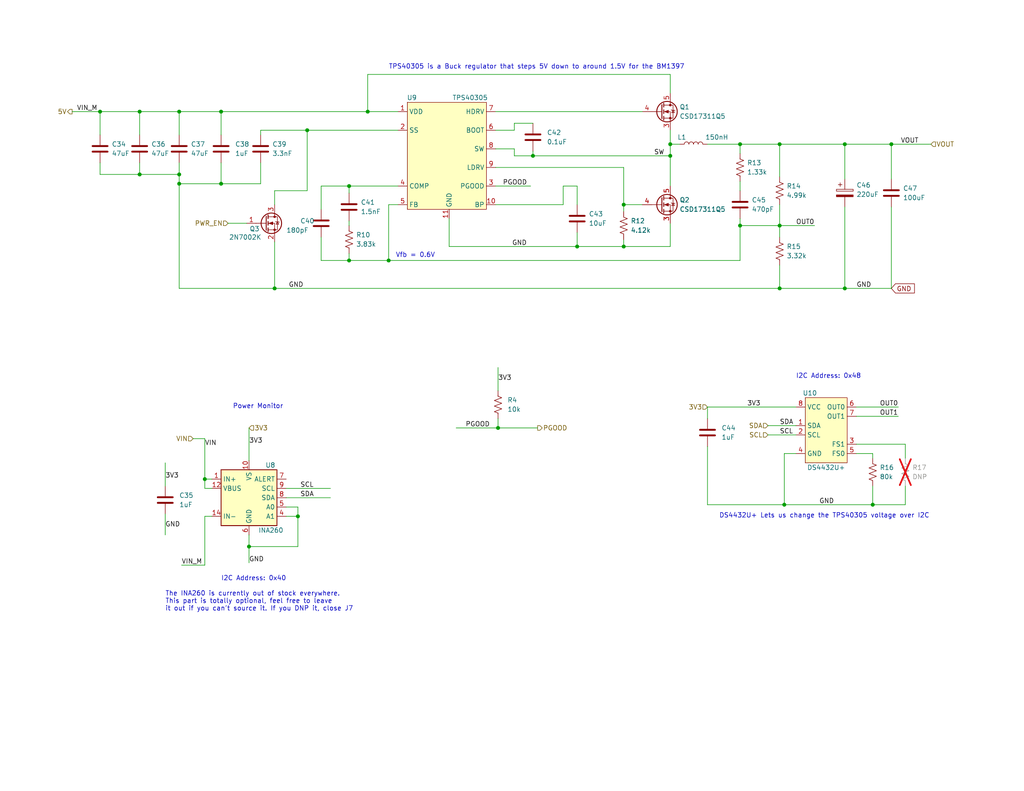
<source format=kicad_sch>
(kicad_sch (version 20230121) (generator eeschema)
  (paper "A")
  (title_block (title "le bitaxeTTGO") (date "2023-07-10") (rev "0"))
  (lib_symbols
    (symbol "Device:C" (pin_numbers hide) (pin_names (offset 0.254))
      (property "Reference" "C" (at 0.635 2.54 0))
      (property "Value" "C" (at 0.635 -2.54 0))
      (symbol "C_0_1"
        (polyline (pts (xy -2.032 -0.762) (xy 2.032 -0.762)) (stroke (width 0.508)))
        (polyline (pts (xy -2.032 0.762) (xy 2.032 0.762)) (stroke (width 0.508)))
      )
      (symbol "C_1_1"
        (pin passive line (at 0 3.81 270) (length 2.794) (name "~") (number "1"))
        (pin passive line (at 0 -3.81 90) (length 2.794) (name "~") (number "2"))
      )
    )
    (symbol "Device:C_Polarized" (pin_numbers hide) (pin_names (offset 0.254))
      (property "Reference" "C" (at 0.635 2.54 0))
      (property "Value" "C_Polarized" (at 0.635 -2.54 0))
      (symbol "C_Polarized_0_1"
        (rectangle (start -2.286 0.508) (end 2.286 1.016))
        (polyline (pts (xy -1.778 2.286) (xy -0.762 2.286)))
        (polyline (pts (xy -1.27 2.794) (xy -1.27 1.778)))
        (rectangle (start 2.286 -0.508) (end -2.286 -1.016) (fill (type outline)))
      )
      (symbol "C_Polarized_1_1"
        (pin passive line (at 0 3.81 270) (length 2.794) (name "~") (number "1"))
        (pin passive line (at 0 -3.81 90) (length 2.794) (name "~") (number "2"))
      )
    )
    (symbol "Device:L" (pin_numbers hide) (pin_names (offset 1.016) hide)
      (property "Reference" "L" (at -1.27 0 90))
      (property "Value" "L" (at 1.905 0 90))
      (symbol "L_0_1"
        (arc (start 0 -2.54) (mid 0.6323 -1.905) (end 0 -1.27))
        (arc (start 0 -1.27) (mid 0.6323 -0.635) (end 0 0))
        (arc (start 0 0) (mid 0.6323 0.635) (end 0 1.27))
        (arc (start 0 1.27) (mid 0.6323 1.905) (end 0 2.54))
      )
      (symbol "L_1_1"
        (pin passive line (at 0 3.81 270) (length 1.27) (name "1") (number "1"))
        (pin passive line (at 0 -3.81 90) (length 1.27) (name "2") (number "2"))
      )
    )
    (symbol "Device:R_US" (pin_numbers hide) (pin_names (offset 0))
      (property "Reference" "R" (at 2.54 0 90))
      (property "Value" "R_US" (at -2.54 0 90))
      (symbol "R_US_0_1"
        (polyline (pts (xy 0 -2.286) (xy 0 -2.54)))
        (polyline (pts (xy 0 2.286) (xy 0 2.54)))
        (polyline (pts (xy 0 -0.762) (xy 1.016 -1.143) (xy 0 -1.524) (xy -1.016 -1.905) (xy 0 -2.286)))
        (polyline (pts (xy 0 0.762) (xy 1.016 0.381) (xy 0 0) (xy -1.016 -0.381) (xy 0 -0.762)))
        (polyline (pts (xy 0 2.286) (xy 1.016 1.905) (xy 0 1.524) (xy -1.016 1.143) (xy 0 0.762)))
      )
      (symbol "R_US_1_1"
        (pin passive line (at 0 3.81 270) (length 1.27) (name "~") (number "1"))
        (pin passive line (at 0 -3.81 90) (length 1.27) (name "~") (number "2"))
      )
    )
    (symbol "Q_NMOS_CSD17311Q5_1" (pin_names (offset 0) hide)
      (property "Reference" "Q" (at 5.08 1.27 0))
      (property "Value" "Q_NMOS_CSD17311Q5_1" (at 5.08 -1.27 0))
      (symbol "Q_NMOS_CSD17311Q5_1_0_1"
        (polyline (pts (xy 0.254 0) (xy -2.54 0)))
        (polyline (pts (xy 0.254 1.905) (xy 0.254 -1.905)) (stroke (width 0.254)))
        (polyline (pts (xy 0.762 -1.27) (xy 0.762 -2.286)) (stroke (width 0.254)))
        (polyline (pts (xy 0.762 0.508) (xy 0.762 -0.508)) (stroke (width 0.254)))
        (polyline (pts (xy 0.762 2.286) (xy 0.762 1.27)) (stroke (width 0.254)))
        (polyline (pts (xy 2.54 2.54) (xy 2.54 1.778)))
        (polyline (pts (xy 2.54 -2.54) (xy 2.54 0) (xy 0.762 0)))
        (polyline (pts (xy 0.762 -1.778) (xy 3.302 -1.778) (xy 3.302 1.778) (xy 0.762 1.778)))
        (polyline (pts (xy 1.016 0) (xy 2.032 0.381) (xy 2.032 -0.381) (xy 1.016 0)) (fill (type outline)))
        (polyline (pts (xy 2.794 0.508) (xy 2.921 0.381) (xy 3.683 0.381) (xy 3.81 0.254)))
        (polyline (pts (xy 3.302 0.381) (xy 2.921 -0.254) (xy 3.683 -0.254) (xy 3.302 0.381)))
        (circle (center 1.651 0) (radius 2.794) (stroke (width 0.254)))
        (circle (center 2.54 -1.778) (radius 0.254) (fill (type outline)))
        (circle (center 2.54 1.778) (radius 0.254) (fill (type outline)))
      )
      (symbol "Q_NMOS_CSD17311Q5_1_1_1"
        (pin passive line (at 2.54 -5.08 90) (length 2.54) hide (name "") (number "1"))
        (pin passive line (at 2.54 -5.08 90) (length 2.54) hide (name "") (number "2"))
        (pin passive line (at 2.54 -5.08 90) (length 2.54) (name "S") (number "3"))
        (pin input line (at -5.08 0 0) (length 2.54) (name "G") (number "4"))
        (pin passive line (at 2.54 5.08 270) (length 2.54) (name "D") (number "5"))
      )
    )
    (symbol "Sensor:INA260"
      (property "Reference" "U" (at -6.35 8.89 0))
      (property "Value" "INA260" (at 2.54 8.89 0))
      (symbol "INA260_0_1"
        (rectangle (start -7.62 7.62) (end 7.62 -7.62) (stroke (width 0.254)) (fill (type background)))
      )
      (symbol "INA260_1_1"
        (pin passive line (at -10.16 5.08 0) (length 2.54) (name "IN+") (number "1"))
        (pin power_in line (at 0 10.16 270) (length 2.54) (name "VS") (number "10"))
        (pin passive line (at 0 -10.16 90) (length 2.54) hide (name "GND") (number "11"))
        (pin passive line (at -10.16 2.54 0) (length 2.54) (name "VBUS") (number "12"))
        (pin no_connect line (at 2.54 -7.62 90) (length 2.54) hide (name "NC") (number "13"))
        (pin passive line (at -10.16 -5.08 0) (length 2.54) (name "IN-") (number "14"))
        (pin passive line (at -10.16 -5.08 0) (length 2.54) hide (name "IN-") (number "15"))
        (pin passive line (at -10.16 -5.08 0) (length 2.54) hide (name "IN-") (number "16"))
        (pin passive line (at -10.16 5.08 0) (length 2.54) hide (name "IN+") (number "2"))
        (pin passive line (at -10.16 5.08 0) (length 2.54) hide (name "IN+") (number "3"))
        (pin input line (at 10.16 -5.08 180) (length 2.54) (name "A1") (number "4"))
        (pin input line (at 10.16 -2.54 180) (length 2.54) (name "A0") (number "5"))
        (pin power_in line (at 0 -10.16 90) (length 2.54) (name "GND") (number "6"))
        (pin open_collector line (at 10.16 5.08 180) (length 2.54) (name "ALERT") (number "7"))
        (pin bidirectional line (at 10.16 0 180) (length 2.54) (name "SDA") (number "8"))
        (pin input line (at 10.16 2.54 180) (length 2.54) (name "SCL") (number "9"))
      )
    )
    (symbol "TPS40305:DS4432U+"
      (property "Reference" "U" (at 3.81 10.16 0))
      (property "Value" "DS4432U+" (at -1.27 -10.16 0))
      (symbol "DS4432U+_0_1"
        (rectangle (start -6.35 8.89) (end 5.08 -8.89) (stroke (width 0.1524)) (fill (type background)))
      )
      (symbol "DS4432U+_1_1"
        (pin input line (at -8.89 1.27 0) (length 2.54) (name "SDA") (number "1"))
        (pin input line (at -8.89 -1.27 0) (length 2.54) (name "SCL") (number "2"))
        (pin input line (at 7.62 -3.81 180) (length 2.54) (name "FS1") (number "3"))
        (pin power_in line (at -8.89 -6.35 0) (length 2.54) (name "GND") (number "4"))
        (pin input line (at 7.62 -6.35 180) (length 2.54) (name "FS0") (number "5"))
        (pin output line (at 7.62 6.35 180) (length 2.54) (name "OUT0") (number "6"))
        (pin output line (at 7.62 3.81 180) (length 2.54) (name "OUT1") (number "7"))
        (pin power_in line (at -8.89 6.35 0) (length 2.54) (name "VCC") (number "8"))
      )
    )
    (symbol "TPS40305:TPS40305"
      (property "Reference" "U" (at 10.16 16.51 0))
      (property "Value" "TPS40305" (at -7.62 16.51 0))
      (symbol "TPS40305_0_1"
        (rectangle (start -11.43 15.24) (end 10.16 -13.97) (stroke (width 0.1524)) (fill (type background)))
      )
      (symbol "TPS40305_1_1"
        (pin input line (at -13.97 12.7 0) (length 2.54) (name "VDD") (number "1"))
        (pin input line (at 12.7 -12.7 180) (length 2.54) (name "BP") (number "10"))
        (pin input line (at 0 -16.51 90) (length 2.54) (name "GND") (number "11"))
        (pin input line (at -13.97 7.62 0) (length 2.54) (name "SS") (number "2"))
        (pin input line (at 12.7 -7.62 180) (length 2.54) (name "PGOOD") (number "3"))
        (pin input line (at -13.97 -7.62 0) (length 2.54) (name "COMP") (number "4"))
        (pin input line (at -13.97 -12.7 0) (length 2.54) (name "FB") (number "5"))
        (pin input line (at 12.7 7.62 180) (length 2.54) (name "BOOT") (number "6"))
        (pin input line (at 12.7 12.7 180) (length 2.54) (name "HDRV") (number "7"))
        (pin input line (at 12.7 2.54 180) (length 2.54) (name "SW") (number "8"))
        (pin input line (at 12.7 -2.54 180) (length 2.54) (name "LDRV") (number "9"))
      )
    )
    (symbol "Transistor_FET:2N7002K" (pin_names hide)
      (property "Reference" "Q" (at 5.08 1.905 0))
      (property "Value" "2N7002K" (at 5.08 0 0))
      (symbol "2N7002K_0_1"
        (polyline (pts (xy 0.254 0) (xy -2.54 0)))
        (polyline (pts (xy 0.254 1.905) (xy 0.254 -1.905)) (stroke (width 0.254)))
        (polyline (pts (xy 0.762 -1.27) (xy 0.762 -2.286)) (stroke (width 0.254)))
        (polyline (pts (xy 0.762 0.508) (xy 0.762 -0.508)) (stroke (width 0.254)))
        (polyline (pts (xy 0.762 2.286) (xy 0.762 1.27)) (stroke (width 0.254)))
        (polyline (pts (xy 2.54 2.54) (xy 2.54 1.778)))
        (polyline (pts (xy 2.54 -2.54) (xy 2.54 0) (xy 0.762 0)))
        (polyline (pts (xy 0.762 -1.778) (xy 3.302 -1.778) (xy 3.302 1.778) (xy 0.762 1.778)))
        (polyline (pts (xy 1.016 0) (xy 2.032 0.381) (xy 2.032 -0.381) (xy 1.016 0)) (fill (type outline)))
        (polyline (pts (xy 2.794 0.508) (xy 2.921 0.381) (xy 3.683 0.381) (xy 3.81 0.254)))
        (polyline (pts (xy 3.302 0.381) (xy 2.921 -0.254) (xy 3.683 -0.254) (xy 3.302 0.381)))
        (circle (center 1.651 0) (radius 2.794) (stroke (width 0.254)))
        (circle (center 2.54 -1.778) (radius 0.254) (fill (type outline)))
        (circle (center 2.54 1.778) (radius 0.254) (fill (type outline)))
      )
      (symbol "2N7002K_1_1"
        (pin input line (at -5.08 0 0) (length 2.54) (name "G") (number "1"))
        (pin passive line (at 2.54 -5.08 90) (length 2.54) (name "S") (number "2"))
        (pin passive line (at 2.54 5.08 270) (length 2.54) (name "D") (number "3"))
      )
    )
  )
  (junction (at 135.89 116.84))
  (junction (at 48.895 50.165))
  (junction (at 201.93 61.595))
  (junction (at 48.895 47.625))
  (junction (at 238.125 137.795))
  (junction (at 213.995 137.795))
  (junction (at 27.305 30.48))
  (junction (at 145.415 42.545))
  (junction (at 182.88 42.545))
  (junction (at 212.725 78.74))
  (junction (at 95.25 50.8))
  (junction (at 182.88 39.37))
  (junction (at 170.18 55.88))
  (junction (at 230.505 78.74))
  (junction (at 83.82 35.56))
  (junction (at 212.725 39.37))
  (junction (at 38.1 47.625))
  (junction (at 60.325 30.48))
  (junction (at 100.33 30.48))
  (junction (at 106.045 71.12))
  (junction (at 67.945 149.225))
  (junction (at 38.1 30.48))
  (junction (at 230.505 39.37))
  (junction (at 212.725 61.595))
  (junction (at 81.28 140.97))
  (junction (at 157.48 67.31))
  (junction (at 74.93 78.74))
  (junction (at 48.895 30.48))
  (junction (at 60.325 50.165))
  (junction (at 243.205 39.37))
  (junction (at 55.88 130.81))
  (junction (at 201.93 39.37))
  (junction (at 95.25 71.12))
  (junction (at 170.18 67.31))
  (wire (pts (xy 247.015 137.795) (xy 238.125 137.795)))
  (wire (pts (xy 243.205 39.37) (xy 230.505 39.37)))
  (wire (pts (xy 193.04 111.125) (xy 217.17 111.125)))
  (wire (pts (xy 157.48 63.5) (xy 157.48 67.31)))
  (wire (pts (xy 27.305 30.48) (xy 38.1 30.48)))
  (wire (pts (xy 108.585 50.8) (xy 95.25 50.8)))
  (wire (pts (xy 182.88 35.56) (xy 182.88 39.37)))
  (wire (pts (xy 243.205 48.895) (xy 243.205 39.37)))
  (wire (pts (xy 170.18 55.88) (xy 175.26 55.88)))
  (wire (pts (xy 67.945 116.84) (xy 67.945 125.73)))
  (wire (pts (xy 95.25 60.325) (xy 95.25 61.595)))
  (wire (pts (xy 60.325 44.45) (xy 60.325 50.165)))
  (wire (pts (xy 212.725 55.88) (xy 212.725 61.595)))
  (wire (pts (xy 170.18 45.72) (xy 170.18 55.88)))
  (wire (pts (xy 55.88 130.81) (xy 55.88 119.761)))
  (wire (pts (xy 38.1 44.45) (xy 38.1 47.625)))
  (wire (pts (xy 170.18 67.31) (xy 170.18 65.405)))
  (wire (pts (xy 233.68 113.665) (xy 245.11 113.665)))
  (wire (pts (xy 71.12 44.45) (xy 71.12 50.165)))
  (wire (pts (xy 247.015 132.715) (xy 247.015 137.795)))
  (wire (pts (xy 182.88 20.32) (xy 100.33 20.32)))
  (wire (pts (xy 193.04 114.3) (xy 193.04 111.125)))
  (wire (pts (xy 201.93 39.37) (xy 201.93 41.91)))
  (wire (pts (xy 57.785 133.35) (xy 55.88 133.35)))
  (wire (pts (xy 38.1 47.625) (xy 48.895 47.625)))
  (wire (pts (xy 243.205 39.37) (xy 254 39.37)))
  (wire (pts (xy 83.82 35.56) (xy 108.585 35.56)))
  (wire (pts (xy 55.88 140.97) (xy 55.88 154.305)))
  (wire (pts (xy 124.46 116.84) (xy 135.89 116.84)))
  (wire (pts (xy 87.63 71.12) (xy 87.63 64.77)))
  (wire (pts (xy 87.63 50.8) (xy 87.63 57.15)))
  (wire (pts (xy 49.53 154.305) (xy 55.88 154.305)))
  (wire (pts (xy 209.55 116.205) (xy 217.17 116.205)))
  (wire (pts (xy 48.895 50.165) (xy 60.325 50.165)))
  (wire (pts (xy 78.105 138.43) (xy 81.28 138.43)))
  (wire (pts (xy 74.93 66.04) (xy 74.93 78.74)))
  (wire (pts (xy 122.555 67.31) (xy 157.48 67.31)))
  (wire (pts (xy 81.28 149.225) (xy 67.945 149.225)))
  (wire (pts (xy 213.995 123.825) (xy 217.17 123.825)))
  (wire (pts (xy 48.895 78.74) (xy 74.93 78.74)))
  (wire (pts (xy 201.93 49.53) (xy 201.93 52.07)))
  (wire (pts (xy 74.93 52.07) (xy 74.93 55.88)))
  (wire (pts (xy 57.785 130.81) (xy 55.88 130.81)))
  (wire (pts (xy 60.325 30.48) (xy 60.325 36.83)))
  (wire (pts (xy 62.23 60.96) (xy 67.31 60.96)))
  (wire (pts (xy 95.25 69.215) (xy 95.25 71.12)))
  (wire (pts (xy 233.68 121.285) (xy 247.015 121.285)))
  (wire (pts (xy 212.725 72.39) (xy 212.725 78.74)))
  (wire (pts (xy 157.48 67.31) (xy 170.18 67.31)))
  (wire (pts (xy 238.125 132.715) (xy 238.125 137.795)))
  (wire (pts (xy 153.67 55.88) (xy 153.67 50.8)))
  (wire (pts (xy 230.505 39.37) (xy 230.505 48.895)))
  (wire (pts (xy 212.725 61.595) (xy 212.725 64.77)))
  (wire (pts (xy 140.335 40.64) (xy 140.335 42.545)))
  (wire (pts (xy 182.88 60.96) (xy 182.88 67.31)))
  (wire (pts (xy 81.28 138.43) (xy 81.28 140.97)))
  (wire (pts (xy 135.255 45.72) (xy 170.18 45.72)))
  (wire (pts (xy 135.255 40.64) (xy 140.335 40.64)))
  (wire (pts (xy 27.305 47.625) (xy 38.1 47.625)))
  (wire (pts (xy 233.68 111.125) (xy 245.11 111.125)))
  (wire (pts (xy 135.255 55.88) (xy 153.67 55.88)))
  (wire (pts (xy 27.305 36.83) (xy 27.305 30.48)))
  (wire (pts (xy 230.505 56.515) (xy 230.505 78.74)))
  (wire (pts (xy 48.895 30.48) (xy 48.895 36.83)))
  (wire (pts (xy 38.1 30.48) (xy 48.895 30.48)))
  (wire (pts (xy 213.995 137.795) (xy 213.995 123.825)))
  (wire (pts (xy 45.085 140.335) (xy 45.085 146.05)))
  (wire (pts (xy 140.335 42.545) (xy 145.415 42.545)))
  (wire (pts (xy 83.82 52.07) (xy 83.82 35.56)))
  (wire (pts (xy 74.93 52.07) (xy 83.82 52.07)))
  (wire (pts (xy 230.505 39.37) (xy 212.725 39.37)))
  (wire (pts (xy 100.33 20.32) (xy 100.33 30.48)))
  (wire (pts (xy 182.88 67.31) (xy 170.18 67.31)))
  (wire (pts (xy 67.945 149.225) (xy 67.945 153.67)))
  (wire (pts (xy 233.68 123.825) (xy 238.125 123.825)))
  (wire (pts (xy 135.89 116.84) (xy 146.685 116.84)))
  (wire (pts (xy 170.18 55.88) (xy 170.18 57.785)))
  (wire (pts (xy 182.88 42.545) (xy 182.88 50.8)))
  (wire (pts (xy 95.25 71.12) (xy 87.63 71.12)))
  (wire (pts (xy 74.93 78.74) (xy 212.725 78.74)))
  (wire (pts (xy 48.895 30.48) (xy 60.325 30.48)))
  (wire (pts (xy 230.505 78.74) (xy 243.205 78.74)))
  (wire (pts (xy 193.04 137.795) (xy 213.995 137.795)))
  (wire (pts (xy 78.105 140.97) (xy 81.28 140.97)))
  (wire (pts (xy 67.945 146.05) (xy 67.945 149.225)))
  (wire (pts (xy 135.255 50.8) (xy 144.78 50.8)))
  (wire (pts (xy 106.045 71.12) (xy 95.25 71.12)))
  (wire (pts (xy 157.48 50.8) (xy 157.48 55.88)))
  (wire (pts (xy 38.1 30.48) (xy 38.1 36.83)))
  (wire (pts (xy 135.89 114.3) (xy 135.89 116.84)))
  (wire (pts (xy 48.895 47.625) (xy 48.895 50.165)))
  (wire (pts (xy 145.415 42.545) (xy 182.88 42.545)))
  (wire (pts (xy 182.88 25.4) (xy 182.88 20.32)))
  (wire (pts (xy 48.895 50.165) (xy 48.895 78.74)))
  (wire (pts (xy 247.015 121.285) (xy 247.015 125.095)))
  (wire (pts (xy 27.305 44.45) (xy 27.305 47.625)))
  (wire (pts (xy 48.895 44.45) (xy 48.895 47.625)))
  (wire (pts (xy 122.555 59.69) (xy 122.555 67.31)))
  (wire (pts (xy 212.725 61.595) (xy 222.25 61.595)))
  (wire (pts (xy 212.725 78.74) (xy 230.505 78.74)))
  (wire (pts (xy 193.04 39.37) (xy 201.93 39.37)))
  (wire (pts (xy 209.55 118.745) (xy 217.17 118.745)))
  (wire (pts (xy 108.585 55.88) (xy 106.045 55.88)))
  (wire (pts (xy 71.12 35.56) (xy 83.82 35.56)))
  (wire (pts (xy 57.785 140.97) (xy 55.88 140.97)))
  (wire (pts (xy 201.93 39.37) (xy 212.725 39.37)))
  (wire (pts (xy 153.67 50.8) (xy 157.48 50.8)))
  (wire (pts (xy 140.335 35.56) (xy 140.335 33.655)))
  (wire (pts (xy 201.93 59.69) (xy 201.93 61.595)))
  (wire (pts (xy 243.205 56.515) (xy 243.205 78.74)))
  (wire (pts (xy 201.93 71.12) (xy 106.045 71.12)))
  (wire (pts (xy 95.25 50.8) (xy 87.63 50.8)))
  (wire (pts (xy 60.325 30.48) (xy 100.33 30.48)))
  (wire (pts (xy 140.335 33.655) (xy 145.415 33.655)))
  (wire (pts (xy 145.415 41.275) (xy 145.415 42.545)))
  (wire (pts (xy 45.085 126.365) (xy 45.085 132.715)))
  (wire (pts (xy 135.255 30.48) (xy 175.26 30.48)))
  (wire (pts (xy 55.88 133.35) (xy 55.88 130.81)))
  (wire (pts (xy 100.33 30.48) (xy 108.585 30.48)))
  (wire (pts (xy 71.12 35.56) (xy 71.12 36.83)))
  (wire (pts (xy 212.725 39.37) (xy 212.725 48.26)))
  (wire (pts (xy 182.88 39.37) (xy 185.42 39.37)))
  (wire (pts (xy 135.89 100.33) (xy 135.89 106.68)))
  (wire (pts (xy 238.125 123.825) (xy 238.125 125.095)))
  (wire (pts (xy 201.93 61.595) (xy 201.93 71.12)))
  (wire (pts (xy 135.255 35.56) (xy 140.335 35.56)))
  (wire (pts (xy 78.105 133.35) (xy 90.17 133.35)))
  (wire (pts (xy 81.28 140.97) (xy 81.28 149.225)))
  (wire (pts (xy 106.045 55.88) (xy 106.045 71.12)))
  (wire (pts (xy 182.88 39.37) (xy 182.88 42.545)))
  (wire (pts (xy 238.125 137.795) (xy 213.995 137.795)))
  (wire (pts (xy 193.04 121.92) (xy 193.04 137.795)))
  (wire (pts (xy 52.705 119.761) (xy 55.88 119.761)))
  (wire (pts (xy 19.685 30.48) (xy 27.305 30.48)))
  (wire (pts (xy 78.105 135.89) (xy 90.17 135.89)))
  (wire (pts (xy 60.325 50.165) (xy 71.12 50.165)))
  (wire (pts (xy 201.93 61.595) (xy 212.725 61.595)))
  (wire (pts (xy 95.25 50.8) (xy 95.25 52.705)))
  (text "DS4432U+ Lets us change the TPS40305 voltage over I2C" (at 196.215 141.605 0) (effects (font (size 1.27 1.27)) (justify left bottom)))
  (text "I2C Address: 0x48" (at 217.17 103.505 0) (effects (font (size 1.27 1.27)) (justify left bottom)))
  (text "The INA260 is currently out of stock everywhere.\nThis part is totally optional, feel free to leave \nit out if you can't source it. If you DNP it, close J7" (at 45.085 167.005 0) (effects (font (size 1.27 1.27)) (justify left bottom)))
  (text "Power Monitor" (at 63.5 111.76 0) (effects (font (size 1.27 1.27)) (justify left bottom)))
  (text "TPS40305 is a Buck regulator that steps 5V down to around 1.5V for the BM1397" (at 106.045 19.05 0) (effects (font (size 1.27 1.27)) (justify left bottom)))
  (text "I2C Address: 0x40" (at 60.325 158.75 0) (effects (font (size 1.27 1.27)) (justify left bottom)))
  (text "Vfb = 0.6V" (at 107.95 70.485 0) (effects (font (size 1.27 1.27)) (justify left bottom)))
  (label "3V3" (at 203.835 111.125 0))
  (label "SDA" (at 212.725 116.205 0))
  (label "VIN_M" (at 20.955 30.48 0))
  (label "GND" (at 233.68 78.74 0))
  (label "VIN_M" (at 49.53 154.305 0))
  (label "GND" (at 78.74 78.74 0))
  (label "GND" (at 67.945 153.67 0))
  (label "3V3" (at 67.945 121.285 0))
  (label "PGOOD" (at 137.16 50.8 0))
  (label "GND" (at 45.085 144.145 0))
  (label "SCL" (at 81.915 133.35 0))
  (label "VOUT" (at 245.745 39.37 0))
  (label "3V3" (at 45.085 130.81 0))
  (label "OUT1" (at 240.03 113.665 0))
  (label "SCL" (at 212.725 118.745 0))
  (label "SDA" (at 81.915 135.89 0))
  (label "OUT0" (at 217.17 61.595 0))
  (label "OUT0" (at 240.03 111.125 0))
  (label "GND" (at 223.52 137.795 0))
  (label "3V3" (at 135.89 104.14 0))
  (label "PGOOD" (at 127 116.84 0))
  (label "SW" (at 178.435 42.545 0))
  (label "GND" (at 139.7 67.31 0))
  (label "VIN" (at 55.88 121.92 0))
  (global_label "GND" (shape input) (at 243.205 78.74 0) (property "Intersheetrefs" "${INTERSHEET_REFS}" (effects hide)))
  (hierarchical_label "PWR_EN" (shape input) (at 62.23 60.96 180))
  (hierarchical_label "SDA" (shape input) (at 209.55 116.205 180))
  (hierarchical_label "5V" (shape output) (at 19.685 30.48 180))
  (hierarchical_label "SCL" (shape input) (at 209.55 118.745 180))
  (hierarchical_label "3V3" (shape input) (at 67.945 116.84 0))
  (hierarchical_label "VOUT" (shape input) (at 254 39.37 0))
  (hierarchical_label "VIN" (shape input) (at 52.705 119.761 180))
  (hierarchical_label "3V3" (shape input) (at 193.04 111.125 180))
  (hierarchical_label "PGOOD" (shape output) (at 146.685 116.84 0))
  (symbol (lib_id "Device:C") (at 157.48 59.69 0) (unit 1)
    (property "Reference" "C43" (at 160.655 58.4199 0) (effects (justify left)))
    (property "Value" "10uF" (at 160.655 60.9599 0) (effects (justify left)))
    (property "Footprint" "Capacitor_SMD:C_0805_2012Metric" (effects hide))
    (property "DK" "1276-1096-1-ND" (effects hide))
    (property "PARTNO" "CL21A106KOQNNNE" (effects hide))
    (property "LCSC Part" "C89827" (effects hide))
  )
  (symbol (lib_id "Device:R_US") (at 212.725 52.07 0) (unit 1)
    (property "Reference" "R14" (at 214.63 50.7999 0) (effects (justify left)))
    (property "Value" "4.99k" (at 214.63 53.3399 0) (effects (justify left)))
    (property "Footprint" "Resistor_SMD:R_0402_1005Metric" (effects hide))
    (property "DK" "311-4.99KLRCT-ND" (effects hide))
    (property "PARTNO" "RC0402FR-074K99L" (effects hide))
    (property "LCSC Part" "C140155" (effects hide))
  )
  (symbol (lib_id "Device:C") (at 48.895 40.64 0) (unit 1)
    (property "Reference" "C37" (at 52.07 39.3699 0) (effects (justify left)))
    (property "Value" "47uF" (at 52.07 41.9099 0) (effects (justify left)))
    (property "Footprint" "Capacitor_SMD:C_1210_3225Metric" (effects hide))
    (property "DK" "490-6539-1-ND" (effects hide))
    (property "PARTNO" "GRM32ER61C476KE15L" (effects hide))
    (property "LCSC Part" "C2932477" (effects hide))
  )
  (symbol (lib_id "Device:C_Polarized") (at 230.505 52.705 0) (unit 1)
    (property "Reference" "C46" (at 233.68 50.5459 0) (effects (justify left)))
    (property "Value" "220uF" (at 233.68 53.0859 0) (effects (justify left)))
    (property "Footprint" "TPS40305_supply:CAP_2R5TPE220MAFB" (effects hide))
    (property "Datasheet" "https://media.digikey.com/pdf/Data%20Sheets/Panasonic%20Capacitors%20PDFs/TPE_Series_POSCAP_Rev02_Oct_2017.pdf" (effects hide))
    (property "PARTNO" "2R5TPE220MAFB" (effects hide))
    (property "DK" "P16200CT-ND" (effects hide))
    (property "LCSC Part" "C2158095" (effects hide))
  )
  (symbol (lib_id "TPS40305:TPS40305") (at 122.555 43.18 0) (unit 1)
    (property "Reference" "U9" (at 112.395 26.67 0))
    (property "Value" "TPS40305" (at 128.27 26.67 0))
    (property "Footprint" "TPS40305_supply:TPS40305" (effects hide))
    (property "Datasheet" "https://www.ti.com/lit/ds/symlink/tps40303.pdf" (effects hide))
    (property "DK" "296-37445-1-ND" (effects hide))
    (property "PARTNO" "TPS40305DRCR" (effects hide))
    (property "LCSC Part" "C140285" (effects hide))
  )
  (symbol (lib_id "Sensor:INA260") (at 67.945 135.89 0) (unit 1)
    (property "Reference" "U8" (at 72.39 127 0) (effects (justify left)))
    (property "Value" "INA260" (at 70.485 144.78 0) (effects (justify left)))
    (property "Footprint" "Package_SO:TSSOP-16_4.4x5mm_P0.65mm" (effects hide))
    (property "Datasheet" "http://www.ti.com/lit/ds/symlink/ina260.pdf" (effects hide))
    (property "PARTNO" "INA260AIPWR" (effects hide))
    (property "DK" "296-47777-1-ND" (effects hide))
  )
  (symbol (lib_id "Device:C") (at 27.305 40.64 0) (unit 1)
    (property "Reference" "C34" (at 30.48 39.3699 0) (effects (justify left)))
    (property "Value" "47uF" (at 30.48 41.9099 0) (effects (justify left)))
    (property "Footprint" "Capacitor_SMD:C_1210_3225Metric" (effects hide))
    (property "DK" "490-6539-1-ND" (effects hide))
    (property "PARTNO" "GRM32ER61C476KE15L" (effects hide))
    (property "LCSC Part" "C2932477" (effects hide))
  )
  (symbol (lib_name "Q_NMOS_CSD17311Q5_1") (lib_id "TPS40305:Q_NMOS_CSD17311Q5") (at 180.34 55.88 0) (unit 1)
    (property "Reference" "Q2" (at 185.42 54.61 0) (effects (justify left)))
    (property "Value" "CSD17311Q5" (at 185.42 57.15 0) (effects (justify left)))
    (property "Footprint" "TPS40305_supply:CSD17311Q5" (effects hide))
    (property "Datasheet" "https://www.ti.com/lit/ds/symlink/csd17311q5.pdf" (effects hide))
    (property "DK" "296-27625-1-ND" (effects hide))
    (property "PARTNO" "CSD17311Q5" (effects hide))
  )
  (symbol (lib_id "Device:C") (at 71.12 40.64 0) (unit 1)
    (property "Reference" "C39" (at 74.295 39.3699 0) (effects (justify left)))
    (property "Value" "3.3nF" (at 74.295 41.9099 0) (effects (justify left)))
    (property "Footprint" "Capacitor_SMD:C_0402_1005Metric" (effects hide))
    (property "DK" "1276-1552-1-ND" (effects hide))
    (property "PARTNO" "CL05B332KB5NNNC" (effects hide))
    (property "LCSC Part" "C1536" (effects hide))
  )
  (symbol (lib_id "Device:C") (at 38.1 40.64 0) (unit 1)
    (property "Reference" "C36" (at 41.275 39.3699 0) (effects (justify left)))
    (property "Value" "47uF" (at 41.275 41.9099 0) (effects (justify left)))
    (property "Footprint" "Capacitor_SMD:C_1210_3225Metric" (effects hide))
    (property "DK" "490-6539-1-ND" (effects hide))
    (property "PARTNO" "GRM32ER61C476KE15L" (effects hide))
    (property "LCSC Part" "C2932477" (effects hide))
  )
  (symbol (lib_id "Device:C") (at 60.325 40.64 0) (unit 1)
    (property "Reference" "C38" (at 64.135 39.3699 0) (effects (justify left)))
    (property "Value" "1uF" (at 64.135 41.9099 0) (effects (justify left)))
    (property "Footprint" "Capacitor_SMD:C_0805_2012Metric" (effects hide))
    (property "DK" "1276-6471-1-ND" (effects hide))
    (property "PARTNO" "CL21B105KOFNNNG" (effects hide))
    (property "LCSC Part" "C111768" (effects hide))
  )
  (symbol (lib_id "TPS40305:DS4432U+") (at 226.06 117.475 0) (unit 1)
    (property "Reference" "U10" (at 220.98 107.315 0))
    (property "Value" "DS4432U+" (at 225.425 127.635 0))
    (property "Footprint" "Package_SO:TSSOP-8_3x3mm_P0.65mm" (effects hide))
    (property "Datasheet" "https://datasheets.maximintegrated.com/en/ds/DS4432.pdf" (effects hide))
    (property "DK" "DS4432U+-ND" (effects hide))
    (property "PARTNO" "DS4432U+" (effects hide))
  )
  (symbol (lib_id "Device:C") (at 243.205 52.705 0) (unit 1)
    (property "Reference" "C47" (at 246.38 51.4349 0) (effects (justify left)))
    (property "Value" "100uF" (at 246.38 53.9749 0) (effects (justify left)))
    (property "Footprint" "Capacitor_SMD:C_1206_3216Metric" (effects hide))
    (property "PARTNO" "C3216X5R0J107M160AB" (effects hide))
    (property "DK" "445-6008-1-ND" (effects hide))
    (property "LCSC Part" "C87164" (effects hide))
  )
  (symbol (lib_id "Device:C") (at 95.25 56.515 0) (unit 1)
    (property "Reference" "C41" (at 98.425 55.2449 0) (effects (justify left)))
    (property "Value" "1.5nF" (at 98.425 57.7849 0) (effects (justify left)))
    (property "Footprint" "Capacitor_SMD:C_0805_2012Metric" (effects hide))
    (property "DK" "311-1128-1-ND" (effects hide))
    (property "PARTNO" "CC0805KRX7R9BB152" (effects hide))
    (property "LCSC Part" "C152884" (effects hide))
  )
  (symbol (lib_id "Device:R_US") (at 212.725 68.58 0) (unit 1)
    (property "Reference" "R15" (at 214.63 67.3099 0) (effects (justify left)))
    (property "Value" "3.32k" (at 214.63 69.8499 0) (effects (justify left)))
    (property "Footprint" "Resistor_SMD:R_0402_1005Metric" (effects hide))
    (property "DK" "311-3.32KLRCT-ND" (effects hide))
    (property "PARTNO" "RC0402FR-073K32L" (effects hide))
    (property "LCSC Part" "C284517" (effects hide))
  )
  (symbol (lib_id "Transistor_FET:2N7002K") (at 72.39 60.96 0) (unit 1)
    (property "Reference" "Q3" (at 68.072 62.484 0) (effects (justify left)))
    (property "Value" "2N7002K" (at 62.484 64.77 0) (effects (justify left)))
    (property "Footprint" "Package_TO_SOT_SMD:SOT-323_SC-70" (effects hide))
    (property "Datasheet" "https://www.diodes.com/assets/Datasheets/ds30896.pdf" (effects hide))
    (property "DK" "2N7002KWCT-ND" (effects hide))
    (property "PARTNO" "2N7002KW" (effects hide))
  )
  (symbol (lib_id "Device:C") (at 145.415 37.465 0) (unit 1)
    (property "Reference" "C42" (at 149.225 36.1949 0) (effects (justify left)))
    (property "Value" "0.1uF" (at 149.225 38.7349 0) (effects (justify left)))
    (property "Footprint" "Capacitor_SMD:C_0402_1005Metric" (effects hide))
    (property "DK" "1292-1639-1-ND" (effects hide))
    (property "PARTNO" "0402X104K100CT" (effects hide))
    (property "LCSC Part" "C1525" (effects hide))
  )
  (symbol (lib_id "Device:R_US") (at 238.125 128.905 0) (unit 1)
    (property "Reference" "R16" (at 240.03 127.6349 0) (effects (justify left)))
    (property "Value" "80k" (at 240.03 130.1749 0) (effects (justify left)))
    (property "Footprint" "Resistor_SMD:R_0402_1005Metric" (effects hide))
    (property "DK" "311-80.6KLRCT-ND" (effects hide))
    (property "PARTNO" "RC0402FR-0780K6L" (effects hide))
    (property "LCSC Part" "C323624" (effects hide))
  )
  (symbol (lib_id "Device:C") (at 193.04 118.11 0) (unit 1)
    (property "Reference" "C44" (at 196.85 116.8399 0) (effects (justify left)))
    (property "Value" "1uF" (at 196.85 119.3799 0) (effects (justify left)))
    (property "Footprint" "Capacitor_SMD:C_0402_1005Metric" (effects hide))
    (property "DK" "587-5514-1-ND" (effects hide))
    (property "PARTNO" "EMK105BJ105MV-F" (effects hide))
    (property "LCSC Part" "C113791" (effects hide))
  )
  (symbol (lib_id "Device:R_US") (at 201.93 45.72 0) (unit 1)
    (property "Reference" "R13" (at 203.835 44.4499 0) (effects (justify left)))
    (property "Value" "1.33k" (at 203.835 46.9899 0) (effects (justify left)))
    (property "Footprint" "Resistor_SMD:R_0402_1005Metric" (effects hide))
    (property "DK" "311-1.33KLRCT-ND" (effects hide))
    (property "PARTNO" "RC0402FR-071K33L" (effects hide))
    (property "LCSC Part" "C334646" (effects hide))
  )
  (symbol (lib_id "Device:R_US") (at 95.25 65.405 0) (unit 1)
    (property "Reference" "R10" (at 97.155 64.1349 0) (effects (justify left)))
    (property "Value" "3.83k" (at 97.155 66.6749 0) (effects (justify left)))
    (property "Footprint" "Resistor_SMD:R_0402_1005Metric" (effects hide))
    (property "DK" "311-3.83KLRCT-ND" (effects hide))
    (property "PARTNO" "RC0402FR-073K83L" (effects hide))
    (property "LCSC Part" "C100402" (effects hide))
  )
  (symbol (lib_name "Q_NMOS_CSD17311Q5_1") (lib_id "TPS40305:Q_NMOS_CSD17311Q5") (at 180.34 30.48 0) (unit 1)
    (property "Reference" "Q1" (at 185.42 29.21 0) (effects (justify left)))
    (property "Value" "CSD17311Q5" (at 185.42 31.75 0) (effects (justify left)))
    (property "Footprint" "TPS40305_supply:CSD17311Q5" (effects hide))
    (property "Datasheet" "https://www.ti.com/lit/ds/symlink/csd17311q5.pdf" (effects hide))
    (property "DK" "296-27625-1-ND" (effects hide))
    (property "PARTNO" "CSD17311Q5" (effects hide))
  )
  (symbol (lib_id "Device:C") (at 201.93 55.88 0) (unit 1)
    (property "Reference" "C45" (at 205.105 54.6099 0) (effects (justify left)))
    (property "Value" "470pF" (at 205.105 57.1499 0) (effects (justify left)))
    (property "Footprint" "Capacitor_SMD:C_0805_2012Metric" (effects hide))
    (property "DK" "1292-1580-1-ND" (effects hide))
    (property "PARTNO" "0805B471K500CT" (effects hide))
    (property "LCSC Part" "C77469" (effects hide))
  )
  (symbol (lib_id "Device:L") (at 189.23 39.37 90) (unit 1)
    (property "Reference" "L1" (at 186.055 37.465 90))
    (property "Value" "150nH" (at 195.58 37.465 90))
    (property "Footprint" "TPS40305_supply:FP1005R1-R15-R" (effects hide))
    (property "Datasheet" "https://www.eaton.com/content/dam/eaton/products/electronic-components/resources/data-sheet/eaton-fp1005r-high-current-power-inductors-data-sheet.pdf" (effects hide))
    (property "PARTNO" "FP1005R1-R15-R" (effects hide))
    (property "DK" "513-1568-1-ND" (effects hide))
  )
  (symbol (lib_id "Device:R_US") (at 247.015 128.905 0) (unit 1) (dnp yes)
    (property "Reference" "R17" (at 248.92 127.6349 0) (effects (justify left)))
    (property "Value" "DNP" (at 248.92 130.1749 0) (effects (justify left)))
    (property "Footprint" "Resistor_SMD:R_0402_1005Metric" (effects hide))
  )
  (symbol (lib_id "Device:R_US") (at 170.18 61.595 0) (unit 1)
    (property "Reference" "R12" (at 172.085 60.3249 0) (effects (justify left)))
    (property "Value" "4.12k" (at 172.085 62.8649 0) (effects (justify left)))
    (property "Footprint" "Resistor_SMD:R_0402_1005Metric" (effects hide))
    (property "DK" "RMCF0402FT4K12CT-ND" (effects hide))
    (property "PARTNO" "RMCF0402FT4K12" (effects hide))
    (property "LCSC Part" "C327340" (effects hide))
  )
  (symbol (lib_id "Device:C") (at 45.085 136.525 0) (unit 1)
    (property "Reference" "C35" (at 48.895 135.2549 0) (effects (justify left)))
    (property "Value" "1uF" (at 48.895 137.7949 0) (effects (justify left)))
    (property "Footprint" "Capacitor_SMD:C_0402_1005Metric" (effects hide))
    (property "DK" "587-5514-1-ND" (effects hide))
    (property "PARTNO" "EMK105BJ105MV-F" (effects hide))
    (property "LCSC Part" "C113791" (effects hide))
  )
  (symbol (lib_id "Device:C") (at 87.63 60.96 0) (unit 1)
    (property "Reference" "C40" (at 81.915 60.325 0) (effects (justify left)))
    (property "Value" "180pF" (at 78.105 62.865 0) (effects (justify left)))
    (property "Footprint" "Capacitor_SMD:C_0805_2012Metric" (effects hide))
    (property "DK" "311-1114-1-ND" (effects hide))
    (property "PARTNO" "CC0805JRNPO9BN181" (effects hide))
    (property "LCSC Part" "C152881" (effects hide))
  )
  (symbol (lib_id "Device:R_US") (at 135.89 110.49 0) (unit 1)
    (property "Reference" "R4" (at 138.43 109.2199 0) (effects (justify left)))
    (property "Value" "10k" (at 138.43 111.7599 0) (effects (justify left)))
    (property "Footprint" "Resistor_SMD:R_0402_1005Metric" (effects hide))
    (property "DK" "311-10KJRCT-ND" (effects hide))
    (property "PARTNO" "RC0402JR-0710KL" (effects hide))
    (property "LCSC Part" "C269674" (effects hide))
  )
)
</source>
